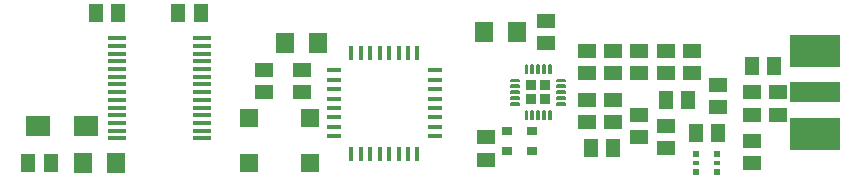
<source format=gtp>
G75*
%MOIN*%
%OFA0B0*%
%FSLAX25Y25*%
%IPPOS*%
%LPD*%
%AMOC8*
5,1,8,0,0,1.08239X$1,22.5*
%
%ADD10R,0.05906X0.05118*%
%ADD11R,0.06299X0.07087*%
%ADD12R,0.05118X0.05906*%
%ADD13R,0.05906X0.01575*%
%ADD14R,0.07874X0.06693*%
%ADD15R,0.06299X0.05906*%
%ADD16R,0.03543X0.02559*%
%ADD17R,0.03621X0.03621*%
%ADD18R,0.03621X0.03632*%
%ADD19R,0.03628X0.03621*%
%ADD20R,0.03632X0.03632*%
%ADD21C,0.00553*%
%ADD22R,0.02362X0.02362*%
%ADD23R,0.02362X0.01575*%
%ADD24R,0.04528X0.01378*%
%ADD25R,0.01378X0.04528*%
%ADD26R,0.16500X0.07000*%
%ADD27R,0.16500X0.10500*%
D10*
X0188439Y0040447D03*
X0188439Y0047928D03*
X0222189Y0052947D03*
X0230939Y0052947D03*
X0239689Y0055428D03*
X0248439Y0051678D03*
X0239689Y0047947D03*
X0248439Y0044197D03*
X0277189Y0046678D03*
X0277189Y0039197D03*
X0277189Y0055447D03*
X0285939Y0055447D03*
X0265939Y0057947D03*
X0277189Y0062928D03*
X0285939Y0062928D03*
X0265939Y0065428D03*
X0257189Y0069197D03*
X0248439Y0069197D03*
X0239689Y0069197D03*
X0230939Y0069197D03*
X0222189Y0069197D03*
X0222189Y0076678D03*
X0230939Y0076678D03*
X0239689Y0076678D03*
X0248439Y0076678D03*
X0257189Y0076678D03*
X0208439Y0079197D03*
X0208439Y0086678D03*
X0127219Y0070428D03*
X0114719Y0070428D03*
X0114719Y0062947D03*
X0127219Y0062947D03*
X0222189Y0060428D03*
X0230939Y0060428D03*
D11*
X0198951Y0082938D03*
X0187927Y0082938D03*
X0132730Y0079188D03*
X0121707Y0079188D03*
X0065230Y0039188D03*
X0054207Y0039188D03*
D12*
X0035978Y0039188D03*
X0043459Y0039188D03*
X0058478Y0089187D03*
X0065959Y0089187D03*
X0085978Y0089187D03*
X0093459Y0089187D03*
X0223449Y0044187D03*
X0230929Y0044187D03*
X0258449Y0049187D03*
X0265929Y0049187D03*
X0255929Y0060437D03*
X0248449Y0060437D03*
X0277199Y0071688D03*
X0284679Y0071688D03*
D13*
X0093990Y0070585D03*
X0093990Y0073144D03*
X0093990Y0075703D03*
X0093990Y0078262D03*
X0093990Y0080821D03*
X0065447Y0080821D03*
X0065447Y0078262D03*
X0065447Y0075703D03*
X0065447Y0073144D03*
X0065447Y0070585D03*
X0065447Y0068026D03*
X0065447Y0065467D03*
X0065447Y0062908D03*
X0065447Y0060349D03*
X0065447Y0057790D03*
X0065447Y0055231D03*
X0065447Y0052672D03*
X0065447Y0050113D03*
X0065447Y0047554D03*
X0093990Y0047554D03*
X0093990Y0050113D03*
X0093990Y0052672D03*
X0093990Y0055231D03*
X0093990Y0057790D03*
X0093990Y0060349D03*
X0093990Y0062908D03*
X0093990Y0065467D03*
X0093990Y0068026D03*
D14*
X0055093Y0051687D03*
X0039344Y0051687D03*
D15*
X0109679Y0054168D03*
X0129758Y0054168D03*
X0129758Y0039207D03*
X0109679Y0039207D03*
D16*
X0195555Y0043439D03*
X0203823Y0043439D03*
X0203823Y0049936D03*
X0195555Y0049936D03*
D17*
X0203635Y0060634D03*
D18*
X0208247Y0060634D03*
D19*
X0203635Y0065244D03*
D20*
X0208247Y0065246D03*
D21*
X0212180Y0065142D02*
X0212180Y0064670D01*
X0212180Y0065142D02*
X0214934Y0065142D01*
X0214934Y0064670D01*
X0212180Y0064670D01*
X0212180Y0063173D02*
X0212180Y0062701D01*
X0212180Y0063173D02*
X0214934Y0063173D01*
X0214934Y0062701D01*
X0212180Y0062701D01*
X0212180Y0061205D02*
X0212180Y0060733D01*
X0212180Y0061205D02*
X0214934Y0061205D01*
X0214934Y0060733D01*
X0212180Y0060733D01*
X0212180Y0059236D02*
X0212180Y0058764D01*
X0212180Y0059236D02*
X0214934Y0059236D01*
X0214934Y0058764D01*
X0212180Y0058764D01*
X0210112Y0056696D02*
X0209640Y0056696D01*
X0210112Y0056696D02*
X0210112Y0053942D01*
X0209640Y0053942D01*
X0209640Y0056696D01*
X0209640Y0054494D02*
X0210112Y0054494D01*
X0210112Y0055046D02*
X0209640Y0055046D01*
X0209640Y0055598D02*
X0210112Y0055598D01*
X0210112Y0056150D02*
X0209640Y0056150D01*
X0208143Y0056696D02*
X0207671Y0056696D01*
X0208143Y0056696D02*
X0208143Y0053942D01*
X0207671Y0053942D01*
X0207671Y0056696D01*
X0207671Y0054494D02*
X0208143Y0054494D01*
X0208143Y0055046D02*
X0207671Y0055046D01*
X0207671Y0055598D02*
X0208143Y0055598D01*
X0208143Y0056150D02*
X0207671Y0056150D01*
X0206175Y0056696D02*
X0205703Y0056696D01*
X0206175Y0056696D02*
X0206175Y0053942D01*
X0205703Y0053942D01*
X0205703Y0056696D01*
X0205703Y0054494D02*
X0206175Y0054494D01*
X0206175Y0055046D02*
X0205703Y0055046D01*
X0205703Y0055598D02*
X0206175Y0055598D01*
X0206175Y0056150D02*
X0205703Y0056150D01*
X0204206Y0056696D02*
X0203734Y0056696D01*
X0204206Y0056696D02*
X0204206Y0053942D01*
X0203734Y0053942D01*
X0203734Y0056696D01*
X0203734Y0054494D02*
X0204206Y0054494D01*
X0204206Y0055046D02*
X0203734Y0055046D01*
X0203734Y0055598D02*
X0204206Y0055598D01*
X0204206Y0056150D02*
X0203734Y0056150D01*
X0202238Y0056696D02*
X0201766Y0056696D01*
X0202238Y0056696D02*
X0202238Y0053942D01*
X0201766Y0053942D01*
X0201766Y0056696D01*
X0201766Y0054494D02*
X0202238Y0054494D01*
X0202238Y0055046D02*
X0201766Y0055046D01*
X0201766Y0055598D02*
X0202238Y0055598D01*
X0202238Y0056150D02*
X0201766Y0056150D01*
X0199698Y0058764D02*
X0199698Y0059236D01*
X0199698Y0058764D02*
X0196944Y0058764D01*
X0196944Y0059236D01*
X0199698Y0059236D01*
X0199698Y0060733D02*
X0199698Y0061205D01*
X0199698Y0060733D02*
X0196944Y0060733D01*
X0196944Y0061205D01*
X0199698Y0061205D01*
X0199698Y0062701D02*
X0199698Y0063173D01*
X0199698Y0062701D02*
X0196944Y0062701D01*
X0196944Y0063173D01*
X0199698Y0063173D01*
X0199698Y0064670D02*
X0199698Y0065142D01*
X0199698Y0064670D02*
X0196944Y0064670D01*
X0196944Y0065142D01*
X0199698Y0065142D01*
X0199698Y0066639D02*
X0199698Y0067111D01*
X0199698Y0066639D02*
X0196944Y0066639D01*
X0196944Y0067111D01*
X0199698Y0067111D01*
X0201766Y0069179D02*
X0202238Y0069179D01*
X0201766Y0069179D02*
X0201766Y0071933D01*
X0202238Y0071933D01*
X0202238Y0069179D01*
X0202238Y0069731D02*
X0201766Y0069731D01*
X0201766Y0070283D02*
X0202238Y0070283D01*
X0202238Y0070835D02*
X0201766Y0070835D01*
X0201766Y0071387D02*
X0202238Y0071387D01*
X0203734Y0069179D02*
X0204206Y0069179D01*
X0203734Y0069179D02*
X0203734Y0071933D01*
X0204206Y0071933D01*
X0204206Y0069179D01*
X0204206Y0069731D02*
X0203734Y0069731D01*
X0203734Y0070283D02*
X0204206Y0070283D01*
X0204206Y0070835D02*
X0203734Y0070835D01*
X0203734Y0071387D02*
X0204206Y0071387D01*
X0205703Y0069179D02*
X0206175Y0069179D01*
X0205703Y0069179D02*
X0205703Y0071933D01*
X0206175Y0071933D01*
X0206175Y0069179D01*
X0206175Y0069731D02*
X0205703Y0069731D01*
X0205703Y0070283D02*
X0206175Y0070283D01*
X0206175Y0070835D02*
X0205703Y0070835D01*
X0205703Y0071387D02*
X0206175Y0071387D01*
X0207671Y0069179D02*
X0208143Y0069179D01*
X0207671Y0069179D02*
X0207671Y0071933D01*
X0208143Y0071933D01*
X0208143Y0069179D01*
X0208143Y0069731D02*
X0207671Y0069731D01*
X0207671Y0070283D02*
X0208143Y0070283D01*
X0208143Y0070835D02*
X0207671Y0070835D01*
X0207671Y0071387D02*
X0208143Y0071387D01*
X0209640Y0069179D02*
X0210112Y0069179D01*
X0209640Y0069179D02*
X0209640Y0071933D01*
X0210112Y0071933D01*
X0210112Y0069179D01*
X0210112Y0069731D02*
X0209640Y0069731D01*
X0209640Y0070283D02*
X0210112Y0070283D01*
X0210112Y0070835D02*
X0209640Y0070835D01*
X0209640Y0071387D02*
X0210112Y0071387D01*
X0212180Y0067111D02*
X0212180Y0066639D01*
X0212180Y0067111D02*
X0214934Y0067111D01*
X0214934Y0066639D01*
X0212180Y0066639D01*
D22*
X0258646Y0042140D03*
X0265732Y0042140D03*
X0265732Y0036235D03*
X0258646Y0036235D03*
D23*
X0258646Y0039188D03*
X0265732Y0039188D03*
D24*
X0171648Y0048164D03*
X0171648Y0051313D03*
X0171648Y0054463D03*
X0171648Y0057613D03*
X0171648Y0060762D03*
X0171648Y0063912D03*
X0171648Y0067062D03*
X0171648Y0070211D03*
X0137789Y0070211D03*
X0137789Y0067062D03*
X0137789Y0063912D03*
X0137789Y0060762D03*
X0137789Y0057613D03*
X0137789Y0054463D03*
X0137789Y0051313D03*
X0137789Y0048164D03*
D25*
X0143695Y0042258D03*
X0146844Y0042258D03*
X0149994Y0042258D03*
X0153144Y0042258D03*
X0156293Y0042258D03*
X0159443Y0042258D03*
X0162593Y0042258D03*
X0165742Y0042258D03*
X0165742Y0076117D03*
X0162593Y0076117D03*
X0159443Y0076117D03*
X0156293Y0076117D03*
X0153144Y0076117D03*
X0149994Y0076117D03*
X0146844Y0076117D03*
X0143695Y0076117D03*
D26*
X0298290Y0062839D03*
D27*
X0298290Y0049081D03*
X0298290Y0076597D03*
M02*

</source>
